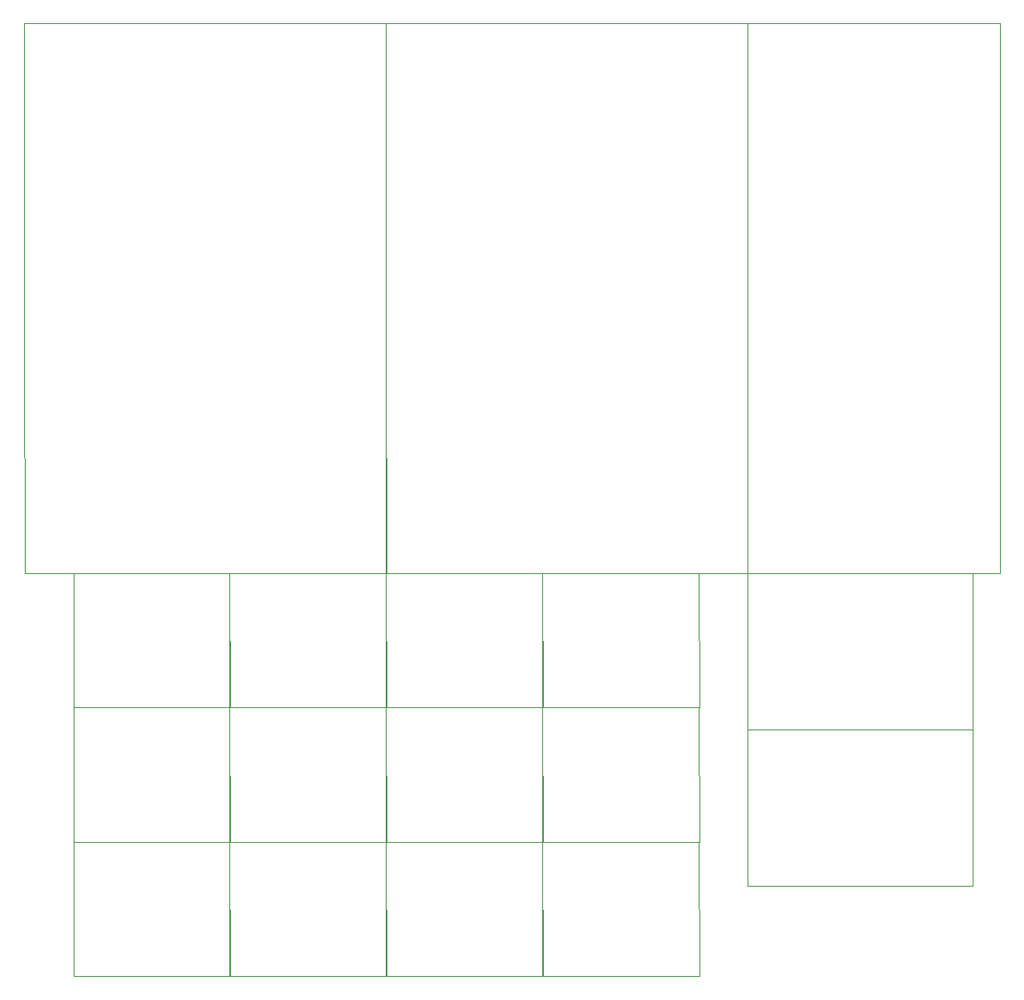
<source format=gko>
%MOIN*%
%OFA0B0*%
%FSLAX44Y44*%
%IPPOS*%
%LPD*%
%ADD10C,0*%
D10*
X00038192Y00004618D02*
X00038192Y00004618D01*
X00038192Y00010921D01*
X00029133Y00010909D01*
X00029133Y00004606D01*
X00038192Y00004618D01*
X00038192Y00010917D02*
X00038192Y00010917D01*
X00038192Y00017220D01*
X00029133Y00017208D01*
X00029133Y00010905D01*
X00038192Y00010917D01*
X00014566Y00017204D02*
X00014566Y00017204D01*
X00014566Y00039370D01*
X00000000Y00039370D01*
X00000000Y00026594D01*
X00000003Y00017204D01*
X00014566Y00017204D01*
X00029133Y00017204D02*
X00029133Y00017204D01*
X00039271Y00017204D01*
X00039271Y00039370D01*
X00029133Y00039370D01*
X00029133Y00017204D01*
X00029133Y00039370D01*
X00014566Y00039370D01*
X00014566Y00026594D01*
X00014570Y00017204D01*
X00029133Y00017204D01*
X00027196Y00000980D02*
X00027196Y00000980D01*
X00027165Y00006393D01*
X00020866Y00006393D01*
X00020866Y00000980D01*
X00027196Y00000980D01*
X00020897Y00000980D02*
X00020897Y00000980D01*
X00020866Y00006393D01*
X00014566Y00006393D01*
X00014566Y00000980D01*
X00020897Y00000980D01*
X00014598Y00000980D02*
X00014598Y00000980D01*
X00014566Y00006393D01*
X00008267Y00006393D01*
X00008267Y00000980D01*
X00014598Y00000980D01*
X00008299Y00000980D02*
X00008299Y00000980D01*
X00008267Y00006393D01*
X00001968Y00006393D01*
X00001968Y00000980D01*
X00008299Y00000980D01*
X00008299Y00006393D02*
X00008299Y00006393D01*
X00008267Y00011807D01*
X00001968Y00011807D01*
X00001968Y00006393D01*
X00008299Y00006393D01*
X00008299Y00011807D02*
X00008299Y00011807D01*
X00008267Y00017220D01*
X00001968Y00017220D01*
X00001968Y00011807D01*
X00008299Y00011807D01*
X00020866Y00017220D02*
X00020866Y00006393D01*
X00027196Y00006393D01*
X00027165Y00011807D01*
X00020866Y00011807D01*
X00027196Y00011807D01*
X00027165Y00017220D01*
X00020866Y00017220D01*
X00014566Y00017220D02*
X00014566Y00006393D01*
X00020897Y00006393D01*
X00020866Y00011807D01*
X00014566Y00011807D01*
X00020897Y00011807D01*
X00020866Y00017220D01*
X00014566Y00017220D01*
X00008267Y00017220D02*
X00008267Y00006393D01*
X00014598Y00006393D01*
X00014566Y00011807D01*
X00008267Y00011807D01*
X00014598Y00011807D01*
X00014566Y00017220D01*
X00008267Y00017220D01*
M02*
</source>
